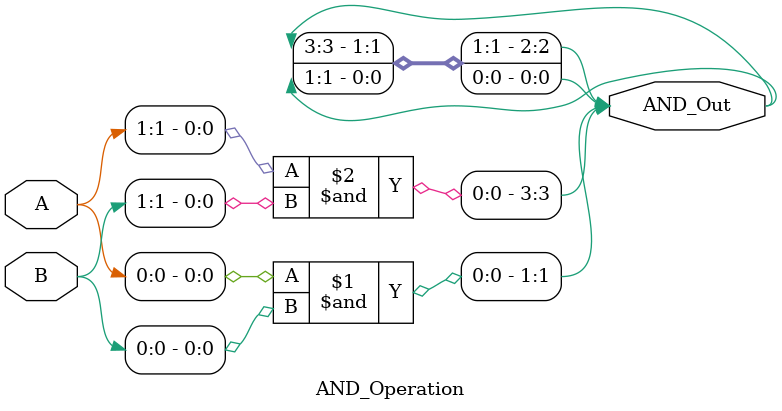
<source format=sv>
module AND_Operation (
    input  logic [1:0] A,      // 2-bit operand A
    input  logic [1:0] B,      // 2-bit operand B
    output logic [3:0] AND_Out // 4-bit AND result
);
    // Perform bitwise AND
    assign AND_Out = { {2{A[1] & B[1]}}, {2{A[0] & B[0]}} };
endmodule

</source>
